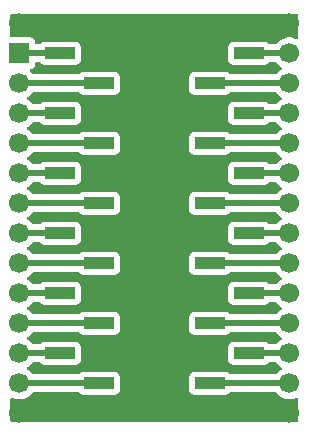
<source format=gbl>
G04 #@! TF.GenerationSoftware,KiCad,Pcbnew,9.0.6*
G04 #@! TF.CreationDate,2026-01-08T22:08:58-06:00*
G04 #@! TF.ProjectId,QFN-24_4x4_P0.5,51464e2d-3234-45f3-9478-345f50302e35,rev?*
G04 #@! TF.SameCoordinates,Original*
G04 #@! TF.FileFunction,Copper,L2,Bot*
G04 #@! TF.FilePolarity,Positive*
%FSLAX46Y46*%
G04 Gerber Fmt 4.6, Leading zero omitted, Abs format (unit mm)*
G04 Created by KiCad (PCBNEW 9.0.6) date 2026-01-08 22:08:58*
%MOMM*%
%LPD*%
G01*
G04 APERTURE LIST*
G04 Aperture macros list*
%AMRotRect*
0 Rectangle, with rotation*
0 The origin of the aperture is its center*
0 $1 length*
0 $2 width*
0 $3 Rotation angle, in degrees counterclockwise*
0 Add horizontal line*
21,1,$1,$2,0,0,$3*%
G04 Aperture macros list end*
G04 #@! TA.AperFunction,HeatsinkPad*
%ADD10C,0.500000*%
G04 #@! TD*
G04 #@! TA.AperFunction,HeatsinkPad*
%ADD11RotRect,2.600000X2.600000X315.000000*%
G04 #@! TD*
G04 #@! TA.AperFunction,ComponentPad*
%ADD12C,1.700000*%
G04 #@! TD*
G04 #@! TA.AperFunction,ComponentPad*
%ADD13R,1.700000X1.700000*%
G04 #@! TD*
G04 #@! TA.AperFunction,SMDPad,CuDef*
%ADD14R,2.510000X1.000000*%
G04 #@! TD*
G04 #@! TA.AperFunction,ViaPad*
%ADD15C,0.600000*%
G04 #@! TD*
G04 #@! TA.AperFunction,Conductor*
%ADD16C,0.500000*%
G04 #@! TD*
G04 APERTURE END LIST*
D10*
X123191580Y-107457094D03*
X122449118Y-108199556D03*
X121706656Y-108942018D03*
X123934042Y-108199556D03*
X123191580Y-108942018D03*
D11*
X123191580Y-108942018D03*
D10*
X122449118Y-109684480D03*
X124676504Y-108942018D03*
X123934042Y-109684480D03*
X123191580Y-110426942D03*
D12*
X134620000Y-129286000D03*
X134620000Y-126746000D03*
X134620000Y-124206000D03*
X134620000Y-121666000D03*
X134620000Y-119126000D03*
X134620000Y-116586000D03*
X134620000Y-114046000D03*
X134620000Y-111506000D03*
X134620000Y-108966000D03*
X134620000Y-106426000D03*
X134620000Y-103886000D03*
X134620000Y-101346000D03*
X134620000Y-98806000D03*
X134620000Y-96266000D03*
X111760000Y-129286000D03*
X111760000Y-126746000D03*
X111760000Y-124206000D03*
X111760000Y-121666000D03*
X111760000Y-119126000D03*
X111760000Y-116586000D03*
X111760000Y-114046000D03*
X111760000Y-111506000D03*
X111760000Y-108966000D03*
X111760000Y-106426000D03*
X111760000Y-103886000D03*
X111760000Y-101346000D03*
D13*
X111760000Y-98806000D03*
D12*
X111760000Y-96266000D03*
D14*
X131195000Y-129286000D03*
X127885000Y-126746000D03*
X131195000Y-124206000D03*
X127885000Y-121666000D03*
X131195000Y-119126000D03*
X127885000Y-116586000D03*
X131195000Y-114046000D03*
X127885000Y-111506000D03*
X131195000Y-108966000D03*
X127885000Y-106426000D03*
X131195000Y-103886000D03*
X127885000Y-101346000D03*
X131195000Y-98806000D03*
X127885000Y-96266000D03*
X115185000Y-129286000D03*
X118495000Y-126746000D03*
X115185000Y-124206000D03*
X118495000Y-121666000D03*
X115185000Y-119126000D03*
X118495000Y-116586000D03*
X115185000Y-114046000D03*
X118495000Y-111506000D03*
X115185000Y-108966000D03*
X118495000Y-106426000D03*
X115185000Y-103886000D03*
X118495000Y-101346000D03*
X115185000Y-98806000D03*
X118495000Y-96266000D03*
D15*
X123092625Y-122428000D03*
X123190000Y-105410000D03*
X123190000Y-112522000D03*
D16*
X118495000Y-96266000D02*
X134620000Y-96266000D01*
X127885000Y-101346000D02*
X134620000Y-101346000D01*
X118495000Y-121666000D02*
X111760000Y-121666000D01*
X111760000Y-103886000D02*
X115185000Y-103886000D01*
X118495000Y-111506000D02*
X111760000Y-111506000D01*
X118495000Y-116586000D02*
X111760000Y-116586000D01*
X111760000Y-98806000D02*
X115185000Y-98806000D01*
X111760000Y-114046000D02*
X115185000Y-114046000D01*
X131195000Y-98806000D02*
X134620000Y-98806000D01*
X118495000Y-101346000D02*
X111760000Y-101346000D01*
X131195000Y-108966000D02*
X134620000Y-108966000D01*
X127885000Y-111506000D02*
X134620000Y-111506000D01*
X127885000Y-121666000D02*
X134620000Y-121666000D01*
X131195000Y-119126000D02*
X134620000Y-119126000D01*
X131195000Y-124206000D02*
X134620000Y-124206000D01*
X111760000Y-119126000D02*
X115185000Y-119126000D01*
X131195000Y-103886000D02*
X134620000Y-103886000D01*
X127885000Y-116586000D02*
X134620000Y-116586000D01*
X131195000Y-129286000D02*
X134620000Y-129286000D01*
X111760000Y-96266000D02*
X118495000Y-96266000D01*
X127885000Y-106426000D02*
X134620000Y-106426000D01*
X127885000Y-126746000D02*
X134620000Y-126746000D01*
X111760000Y-108966000D02*
X115185000Y-108966000D01*
X118495000Y-106426000D02*
X111760000Y-106426000D01*
X111760000Y-129286000D02*
X115185000Y-129286000D01*
X118495000Y-126746000D02*
X111760000Y-126746000D01*
X111760000Y-124206000D02*
X115185000Y-124206000D01*
X131195000Y-114046000D02*
X134620000Y-114046000D01*
G04 #@! TA.AperFunction,Conductor*
G36*
X135332539Y-95454415D02*
G01*
X135378294Y-95507219D01*
X135389500Y-95558730D01*
X135389500Y-97480028D01*
X135369815Y-97547067D01*
X135317011Y-97592822D01*
X135247853Y-97602766D01*
X135209206Y-97590513D01*
X135138417Y-97554445D01*
X135138414Y-97554444D01*
X135138412Y-97554443D01*
X134936243Y-97488754D01*
X134936241Y-97488753D01*
X134936240Y-97488753D01*
X134774957Y-97463208D01*
X134726287Y-97455500D01*
X134513713Y-97455500D01*
X134465042Y-97463208D01*
X134303760Y-97488753D01*
X134101585Y-97554444D01*
X133912179Y-97650951D01*
X133740213Y-97775890D01*
X133589892Y-97926211D01*
X133533097Y-98004385D01*
X133477767Y-98047051D01*
X133432779Y-98055500D01*
X132949751Y-98055500D01*
X132882712Y-98035815D01*
X132850485Y-98005812D01*
X132807548Y-97948457D01*
X132807546Y-97948454D01*
X132807542Y-97948451D01*
X132692335Y-97862206D01*
X132692328Y-97862202D01*
X132557482Y-97811908D01*
X132557483Y-97811908D01*
X132497883Y-97805501D01*
X132497881Y-97805500D01*
X132497873Y-97805500D01*
X132497864Y-97805500D01*
X129892129Y-97805500D01*
X129892123Y-97805501D01*
X129832516Y-97811908D01*
X129697671Y-97862202D01*
X129697664Y-97862206D01*
X129582455Y-97948452D01*
X129582452Y-97948455D01*
X129496206Y-98063664D01*
X129496202Y-98063671D01*
X129445908Y-98198517D01*
X129439501Y-98258116D01*
X129439501Y-98258123D01*
X129439500Y-98258135D01*
X129439500Y-99353870D01*
X129439501Y-99353876D01*
X129445908Y-99413483D01*
X129496202Y-99548328D01*
X129496206Y-99548335D01*
X129582452Y-99663544D01*
X129582455Y-99663547D01*
X129697664Y-99749793D01*
X129697671Y-99749797D01*
X129832517Y-99800091D01*
X129832516Y-99800091D01*
X129839444Y-99800835D01*
X129892127Y-99806500D01*
X132497872Y-99806499D01*
X132557483Y-99800091D01*
X132692331Y-99749796D01*
X132807546Y-99663546D01*
X132845040Y-99613461D01*
X132850485Y-99606188D01*
X132906419Y-99564318D01*
X132949751Y-99556500D01*
X133432779Y-99556500D01*
X133499818Y-99576185D01*
X133533097Y-99607615D01*
X133589892Y-99685788D01*
X133740213Y-99836109D01*
X133912182Y-99961050D01*
X133920946Y-99965516D01*
X133971742Y-100013491D01*
X133988536Y-100081312D01*
X133965998Y-100147447D01*
X133920946Y-100186484D01*
X133912182Y-100190949D01*
X133740213Y-100315890D01*
X133589892Y-100466211D01*
X133533097Y-100544385D01*
X133477767Y-100587051D01*
X133432779Y-100595500D01*
X129639751Y-100595500D01*
X129572712Y-100575815D01*
X129540485Y-100545812D01*
X129497548Y-100488457D01*
X129497546Y-100488454D01*
X129497542Y-100488451D01*
X129382335Y-100402206D01*
X129382328Y-100402202D01*
X129247482Y-100351908D01*
X129247483Y-100351908D01*
X129187883Y-100345501D01*
X129187881Y-100345500D01*
X129187873Y-100345500D01*
X129187864Y-100345500D01*
X126582129Y-100345500D01*
X126582123Y-100345501D01*
X126522516Y-100351908D01*
X126387671Y-100402202D01*
X126387664Y-100402206D01*
X126272455Y-100488452D01*
X126272452Y-100488455D01*
X126186206Y-100603664D01*
X126186202Y-100603671D01*
X126135908Y-100738517D01*
X126129501Y-100798116D01*
X126129501Y-100798123D01*
X126129500Y-100798135D01*
X126129500Y-101893870D01*
X126129501Y-101893876D01*
X126135908Y-101953483D01*
X126186202Y-102088328D01*
X126186206Y-102088335D01*
X126272452Y-102203544D01*
X126272455Y-102203547D01*
X126387664Y-102289793D01*
X126387671Y-102289797D01*
X126522517Y-102340091D01*
X126522516Y-102340091D01*
X126529444Y-102340835D01*
X126582127Y-102346500D01*
X129187872Y-102346499D01*
X129247483Y-102340091D01*
X129382331Y-102289796D01*
X129497546Y-102203546D01*
X129524227Y-102167903D01*
X129540485Y-102146188D01*
X129596419Y-102104318D01*
X129639751Y-102096500D01*
X133432779Y-102096500D01*
X133499818Y-102116185D01*
X133533097Y-102147615D01*
X133589892Y-102225788D01*
X133740213Y-102376109D01*
X133912182Y-102501050D01*
X133920946Y-102505516D01*
X133971742Y-102553491D01*
X133988536Y-102621312D01*
X133965998Y-102687447D01*
X133920946Y-102726484D01*
X133912182Y-102730949D01*
X133740213Y-102855890D01*
X133589892Y-103006211D01*
X133533097Y-103084385D01*
X133477767Y-103127051D01*
X133432779Y-103135500D01*
X132949751Y-103135500D01*
X132882712Y-103115815D01*
X132850485Y-103085812D01*
X132807548Y-103028457D01*
X132807546Y-103028454D01*
X132807542Y-103028451D01*
X132692335Y-102942206D01*
X132692328Y-102942202D01*
X132557482Y-102891908D01*
X132557483Y-102891908D01*
X132497883Y-102885501D01*
X132497881Y-102885500D01*
X132497873Y-102885500D01*
X132497864Y-102885500D01*
X129892129Y-102885500D01*
X129892123Y-102885501D01*
X129832516Y-102891908D01*
X129697671Y-102942202D01*
X129697664Y-102942206D01*
X129582455Y-103028452D01*
X129582452Y-103028455D01*
X129496206Y-103143664D01*
X129496202Y-103143671D01*
X129445908Y-103278517D01*
X129439501Y-103338116D01*
X129439501Y-103338123D01*
X129439500Y-103338135D01*
X129439500Y-104433870D01*
X129439501Y-104433876D01*
X129445908Y-104493483D01*
X129496202Y-104628328D01*
X129496206Y-104628335D01*
X129582452Y-104743544D01*
X129582455Y-104743547D01*
X129697664Y-104829793D01*
X129697671Y-104829797D01*
X129832517Y-104880091D01*
X129832516Y-104880091D01*
X129839444Y-104880835D01*
X129892127Y-104886500D01*
X132497872Y-104886499D01*
X132557483Y-104880091D01*
X132692331Y-104829796D01*
X132807546Y-104743546D01*
X132834227Y-104707903D01*
X132850485Y-104686188D01*
X132906419Y-104644318D01*
X132949751Y-104636500D01*
X133432779Y-104636500D01*
X133499818Y-104656185D01*
X133533097Y-104687615D01*
X133589892Y-104765788D01*
X133740213Y-104916109D01*
X133912182Y-105041050D01*
X133920946Y-105045516D01*
X133971742Y-105093491D01*
X133988536Y-105161312D01*
X133965998Y-105227447D01*
X133920946Y-105266484D01*
X133912182Y-105270949D01*
X133740213Y-105395890D01*
X133589892Y-105546211D01*
X133533097Y-105624385D01*
X133477767Y-105667051D01*
X133432779Y-105675500D01*
X129639751Y-105675500D01*
X129572712Y-105655815D01*
X129540485Y-105625812D01*
X129497548Y-105568457D01*
X129497546Y-105568454D01*
X129497542Y-105568451D01*
X129382335Y-105482206D01*
X129382328Y-105482202D01*
X129247482Y-105431908D01*
X129247483Y-105431908D01*
X129187883Y-105425501D01*
X129187881Y-105425500D01*
X129187873Y-105425500D01*
X129187864Y-105425500D01*
X126582129Y-105425500D01*
X126582123Y-105425501D01*
X126522516Y-105431908D01*
X126387671Y-105482202D01*
X126387664Y-105482206D01*
X126272455Y-105568452D01*
X126272452Y-105568455D01*
X126186206Y-105683664D01*
X126186202Y-105683671D01*
X126135908Y-105818517D01*
X126129501Y-105878116D01*
X126129501Y-105878123D01*
X126129500Y-105878135D01*
X126129500Y-106973870D01*
X126129501Y-106973876D01*
X126135908Y-107033483D01*
X126186202Y-107168328D01*
X126186206Y-107168335D01*
X126272452Y-107283544D01*
X126272455Y-107283547D01*
X126387664Y-107369793D01*
X126387671Y-107369797D01*
X126522517Y-107420091D01*
X126522516Y-107420091D01*
X126529444Y-107420835D01*
X126582127Y-107426500D01*
X129187872Y-107426499D01*
X129247483Y-107420091D01*
X129382331Y-107369796D01*
X129497546Y-107283546D01*
X129524227Y-107247903D01*
X129540485Y-107226188D01*
X129596419Y-107184318D01*
X129639751Y-107176500D01*
X133432779Y-107176500D01*
X133499818Y-107196185D01*
X133533097Y-107227615D01*
X133589892Y-107305788D01*
X133740213Y-107456109D01*
X133912182Y-107581050D01*
X133920946Y-107585516D01*
X133971742Y-107633491D01*
X133988536Y-107701312D01*
X133965998Y-107767447D01*
X133920946Y-107806484D01*
X133912182Y-107810949D01*
X133740213Y-107935890D01*
X133589892Y-108086211D01*
X133533097Y-108164385D01*
X133477767Y-108207051D01*
X133432779Y-108215500D01*
X132949751Y-108215500D01*
X132882712Y-108195815D01*
X132850485Y-108165812D01*
X132807548Y-108108457D01*
X132807546Y-108108454D01*
X132807542Y-108108451D01*
X132692335Y-108022206D01*
X132692328Y-108022202D01*
X132557482Y-107971908D01*
X132557483Y-107971908D01*
X132497883Y-107965501D01*
X132497881Y-107965500D01*
X132497873Y-107965500D01*
X132497864Y-107965500D01*
X129892129Y-107965500D01*
X129892123Y-107965501D01*
X129832516Y-107971908D01*
X129697671Y-108022202D01*
X129697664Y-108022206D01*
X129582455Y-108108452D01*
X129582452Y-108108455D01*
X129496206Y-108223664D01*
X129496202Y-108223671D01*
X129445908Y-108358517D01*
X129439501Y-108418116D01*
X129439501Y-108418123D01*
X129439500Y-108418135D01*
X129439500Y-109513870D01*
X129439501Y-109513876D01*
X129445908Y-109573483D01*
X129496202Y-109708328D01*
X129496206Y-109708335D01*
X129582452Y-109823544D01*
X129582455Y-109823547D01*
X129697664Y-109909793D01*
X129697671Y-109909797D01*
X129832517Y-109960091D01*
X129832516Y-109960091D01*
X129839444Y-109960835D01*
X129892127Y-109966500D01*
X132497872Y-109966499D01*
X132557483Y-109960091D01*
X132692331Y-109909796D01*
X132807546Y-109823546D01*
X132834227Y-109787903D01*
X132850485Y-109766188D01*
X132906419Y-109724318D01*
X132949751Y-109716500D01*
X133432779Y-109716500D01*
X133499818Y-109736185D01*
X133533097Y-109767615D01*
X133589892Y-109845788D01*
X133740213Y-109996109D01*
X133912182Y-110121050D01*
X133920946Y-110125516D01*
X133971742Y-110173491D01*
X133988536Y-110241312D01*
X133965998Y-110307447D01*
X133920946Y-110346484D01*
X133912182Y-110350949D01*
X133740213Y-110475890D01*
X133589892Y-110626211D01*
X133533097Y-110704385D01*
X133477767Y-110747051D01*
X133432779Y-110755500D01*
X129639751Y-110755500D01*
X129572712Y-110735815D01*
X129540485Y-110705812D01*
X129497548Y-110648457D01*
X129497546Y-110648454D01*
X129497542Y-110648451D01*
X129382335Y-110562206D01*
X129382328Y-110562202D01*
X129247482Y-110511908D01*
X129247483Y-110511908D01*
X129187883Y-110505501D01*
X129187881Y-110505500D01*
X129187873Y-110505500D01*
X129187864Y-110505500D01*
X126582129Y-110505500D01*
X126582123Y-110505501D01*
X126522516Y-110511908D01*
X126387671Y-110562202D01*
X126387664Y-110562206D01*
X126272455Y-110648452D01*
X126272452Y-110648455D01*
X126186206Y-110763664D01*
X126186202Y-110763671D01*
X126135908Y-110898517D01*
X126129501Y-110958116D01*
X126129501Y-110958123D01*
X126129500Y-110958135D01*
X126129500Y-112053870D01*
X126129501Y-112053876D01*
X126135908Y-112113483D01*
X126186202Y-112248328D01*
X126186206Y-112248335D01*
X126272452Y-112363544D01*
X126272455Y-112363547D01*
X126387664Y-112449793D01*
X126387671Y-112449797D01*
X126522517Y-112500091D01*
X126522516Y-112500091D01*
X126529444Y-112500835D01*
X126582127Y-112506500D01*
X129187872Y-112506499D01*
X129247483Y-112500091D01*
X129382331Y-112449796D01*
X129497546Y-112363546D01*
X129524227Y-112327903D01*
X129540485Y-112306188D01*
X129596419Y-112264318D01*
X129639751Y-112256500D01*
X133432779Y-112256500D01*
X133499818Y-112276185D01*
X133533097Y-112307615D01*
X133589892Y-112385788D01*
X133740213Y-112536109D01*
X133912182Y-112661050D01*
X133920946Y-112665516D01*
X133971742Y-112713491D01*
X133988536Y-112781312D01*
X133965998Y-112847447D01*
X133920946Y-112886484D01*
X133912182Y-112890949D01*
X133740213Y-113015890D01*
X133589892Y-113166211D01*
X133533097Y-113244385D01*
X133477767Y-113287051D01*
X133432779Y-113295500D01*
X132949751Y-113295500D01*
X132882712Y-113275815D01*
X132850485Y-113245812D01*
X132807548Y-113188457D01*
X132807546Y-113188454D01*
X132807542Y-113188451D01*
X132692335Y-113102206D01*
X132692328Y-113102202D01*
X132557482Y-113051908D01*
X132557483Y-113051908D01*
X132497883Y-113045501D01*
X132497881Y-113045500D01*
X132497873Y-113045500D01*
X132497864Y-113045500D01*
X129892129Y-113045500D01*
X129892123Y-113045501D01*
X129832516Y-113051908D01*
X129697671Y-113102202D01*
X129697664Y-113102206D01*
X129582455Y-113188452D01*
X129582452Y-113188455D01*
X129496206Y-113303664D01*
X129496202Y-113303671D01*
X129445908Y-113438517D01*
X129439501Y-113498116D01*
X129439501Y-113498123D01*
X129439500Y-113498135D01*
X129439500Y-114593870D01*
X129439501Y-114593876D01*
X129445908Y-114653483D01*
X129496202Y-114788328D01*
X129496206Y-114788335D01*
X129582452Y-114903544D01*
X129582455Y-114903547D01*
X129697664Y-114989793D01*
X129697671Y-114989797D01*
X129832517Y-115040091D01*
X129832516Y-115040091D01*
X129839444Y-115040835D01*
X129892127Y-115046500D01*
X132497872Y-115046499D01*
X132557483Y-115040091D01*
X132692331Y-114989796D01*
X132807546Y-114903546D01*
X132834227Y-114867903D01*
X132850485Y-114846188D01*
X132906419Y-114804318D01*
X132949751Y-114796500D01*
X133432779Y-114796500D01*
X133499818Y-114816185D01*
X133533097Y-114847615D01*
X133589892Y-114925788D01*
X133740213Y-115076109D01*
X133912182Y-115201050D01*
X133920946Y-115205516D01*
X133971742Y-115253491D01*
X133988536Y-115321312D01*
X133965998Y-115387447D01*
X133920946Y-115426484D01*
X133912182Y-115430949D01*
X133740213Y-115555890D01*
X133589892Y-115706211D01*
X133533097Y-115784385D01*
X133477767Y-115827051D01*
X133432779Y-115835500D01*
X129639751Y-115835500D01*
X129572712Y-115815815D01*
X129540485Y-115785812D01*
X129497548Y-115728457D01*
X129497546Y-115728454D01*
X129497542Y-115728451D01*
X129382335Y-115642206D01*
X129382328Y-115642202D01*
X129247482Y-115591908D01*
X129247483Y-115591908D01*
X129187883Y-115585501D01*
X129187881Y-115585500D01*
X129187873Y-115585500D01*
X129187864Y-115585500D01*
X126582129Y-115585500D01*
X126582123Y-115585501D01*
X126522516Y-115591908D01*
X126387671Y-115642202D01*
X126387664Y-115642206D01*
X126272455Y-115728452D01*
X126272452Y-115728455D01*
X126186206Y-115843664D01*
X126186202Y-115843671D01*
X126135908Y-115978517D01*
X126129501Y-116038116D01*
X126129501Y-116038123D01*
X126129500Y-116038135D01*
X126129500Y-117133870D01*
X126129501Y-117133876D01*
X126135908Y-117193483D01*
X126186202Y-117328328D01*
X126186206Y-117328335D01*
X126272452Y-117443544D01*
X126272455Y-117443547D01*
X126387664Y-117529793D01*
X126387671Y-117529797D01*
X126522517Y-117580091D01*
X126522516Y-117580091D01*
X126529444Y-117580835D01*
X126582127Y-117586500D01*
X129187872Y-117586499D01*
X129247483Y-117580091D01*
X129382331Y-117529796D01*
X129497546Y-117443546D01*
X129524227Y-117407903D01*
X129540485Y-117386188D01*
X129596419Y-117344318D01*
X129639751Y-117336500D01*
X133432779Y-117336500D01*
X133499818Y-117356185D01*
X133533097Y-117387615D01*
X133589892Y-117465788D01*
X133740213Y-117616109D01*
X133912182Y-117741050D01*
X133920946Y-117745516D01*
X133971742Y-117793491D01*
X133988536Y-117861312D01*
X133965998Y-117927447D01*
X133920946Y-117966484D01*
X133912182Y-117970949D01*
X133740213Y-118095890D01*
X133589892Y-118246211D01*
X133533097Y-118324385D01*
X133477767Y-118367051D01*
X133432779Y-118375500D01*
X132949751Y-118375500D01*
X132882712Y-118355815D01*
X132850485Y-118325812D01*
X132807548Y-118268457D01*
X132807546Y-118268454D01*
X132807542Y-118268451D01*
X132692335Y-118182206D01*
X132692328Y-118182202D01*
X132557482Y-118131908D01*
X132557483Y-118131908D01*
X132497883Y-118125501D01*
X132497881Y-118125500D01*
X132497873Y-118125500D01*
X132497864Y-118125500D01*
X129892129Y-118125500D01*
X129892123Y-118125501D01*
X129832516Y-118131908D01*
X129697671Y-118182202D01*
X129697664Y-118182206D01*
X129582455Y-118268452D01*
X129582452Y-118268455D01*
X129496206Y-118383664D01*
X129496202Y-118383671D01*
X129445908Y-118518517D01*
X129439501Y-118578116D01*
X129439501Y-118578123D01*
X129439500Y-118578135D01*
X129439500Y-119673870D01*
X129439501Y-119673876D01*
X129445908Y-119733483D01*
X129496202Y-119868328D01*
X129496206Y-119868335D01*
X129582452Y-119983544D01*
X129582455Y-119983547D01*
X129697664Y-120069793D01*
X129697671Y-120069797D01*
X129832517Y-120120091D01*
X129832516Y-120120091D01*
X129839444Y-120120835D01*
X129892127Y-120126500D01*
X132497872Y-120126499D01*
X132557483Y-120120091D01*
X132692331Y-120069796D01*
X132807546Y-119983546D01*
X132834227Y-119947903D01*
X132850485Y-119926188D01*
X132906419Y-119884318D01*
X132949751Y-119876500D01*
X133432779Y-119876500D01*
X133499818Y-119896185D01*
X133533097Y-119927615D01*
X133589892Y-120005788D01*
X133740213Y-120156109D01*
X133912182Y-120281050D01*
X133920946Y-120285516D01*
X133971742Y-120333491D01*
X133988536Y-120401312D01*
X133965998Y-120467447D01*
X133920946Y-120506484D01*
X133912182Y-120510949D01*
X133740213Y-120635890D01*
X133589892Y-120786211D01*
X133533097Y-120864385D01*
X133477767Y-120907051D01*
X133432779Y-120915500D01*
X129639751Y-120915500D01*
X129572712Y-120895815D01*
X129540485Y-120865812D01*
X129497548Y-120808457D01*
X129497546Y-120808454D01*
X129497542Y-120808451D01*
X129382335Y-120722206D01*
X129382328Y-120722202D01*
X129247482Y-120671908D01*
X129247483Y-120671908D01*
X129187883Y-120665501D01*
X129187881Y-120665500D01*
X129187873Y-120665500D01*
X129187864Y-120665500D01*
X126582129Y-120665500D01*
X126582123Y-120665501D01*
X126522516Y-120671908D01*
X126387671Y-120722202D01*
X126387664Y-120722206D01*
X126272455Y-120808452D01*
X126272452Y-120808455D01*
X126186206Y-120923664D01*
X126186202Y-120923671D01*
X126135908Y-121058517D01*
X126129501Y-121118116D01*
X126129501Y-121118123D01*
X126129500Y-121118135D01*
X126129500Y-122213870D01*
X126129501Y-122213876D01*
X126135908Y-122273483D01*
X126186202Y-122408328D01*
X126186206Y-122408335D01*
X126272452Y-122523544D01*
X126272455Y-122523547D01*
X126387664Y-122609793D01*
X126387671Y-122609797D01*
X126522517Y-122660091D01*
X126522516Y-122660091D01*
X126529444Y-122660835D01*
X126582127Y-122666500D01*
X129187872Y-122666499D01*
X129247483Y-122660091D01*
X129382331Y-122609796D01*
X129497546Y-122523546D01*
X129524227Y-122487903D01*
X129540485Y-122466188D01*
X129596419Y-122424318D01*
X129639751Y-122416500D01*
X133432779Y-122416500D01*
X133499818Y-122436185D01*
X133533097Y-122467615D01*
X133589892Y-122545788D01*
X133740213Y-122696109D01*
X133912182Y-122821050D01*
X133920946Y-122825516D01*
X133971742Y-122873491D01*
X133988536Y-122941312D01*
X133965998Y-123007447D01*
X133920946Y-123046484D01*
X133912182Y-123050949D01*
X133740213Y-123175890D01*
X133589892Y-123326211D01*
X133533097Y-123404385D01*
X133477767Y-123447051D01*
X133432779Y-123455500D01*
X132949751Y-123455500D01*
X132882712Y-123435815D01*
X132850485Y-123405812D01*
X132807548Y-123348457D01*
X132807546Y-123348454D01*
X132807542Y-123348451D01*
X132692335Y-123262206D01*
X132692328Y-123262202D01*
X132557482Y-123211908D01*
X132557483Y-123211908D01*
X132497883Y-123205501D01*
X132497881Y-123205500D01*
X132497873Y-123205500D01*
X132497864Y-123205500D01*
X129892129Y-123205500D01*
X129892123Y-123205501D01*
X129832516Y-123211908D01*
X129697671Y-123262202D01*
X129697664Y-123262206D01*
X129582455Y-123348452D01*
X129582452Y-123348455D01*
X129496206Y-123463664D01*
X129496202Y-123463671D01*
X129445908Y-123598517D01*
X129439501Y-123658116D01*
X129439501Y-123658123D01*
X129439500Y-123658135D01*
X129439500Y-124753870D01*
X129439501Y-124753876D01*
X129445908Y-124813483D01*
X129496202Y-124948328D01*
X129496206Y-124948335D01*
X129582452Y-125063544D01*
X129582455Y-125063547D01*
X129697664Y-125149793D01*
X129697671Y-125149797D01*
X129832517Y-125200091D01*
X129832516Y-125200091D01*
X129839444Y-125200835D01*
X129892127Y-125206500D01*
X132497872Y-125206499D01*
X132557483Y-125200091D01*
X132692331Y-125149796D01*
X132807546Y-125063546D01*
X132834227Y-125027903D01*
X132850485Y-125006188D01*
X132906419Y-124964318D01*
X132949751Y-124956500D01*
X133432779Y-124956500D01*
X133499818Y-124976185D01*
X133533097Y-125007615D01*
X133589892Y-125085788D01*
X133740213Y-125236109D01*
X133912182Y-125361050D01*
X133920946Y-125365516D01*
X133971742Y-125413491D01*
X133988536Y-125481312D01*
X133965998Y-125547447D01*
X133920946Y-125586484D01*
X133912182Y-125590949D01*
X133740213Y-125715890D01*
X133589892Y-125866211D01*
X133533097Y-125944385D01*
X133477767Y-125987051D01*
X133432779Y-125995500D01*
X129639751Y-125995500D01*
X129572712Y-125975815D01*
X129540485Y-125945812D01*
X129497548Y-125888457D01*
X129497546Y-125888454D01*
X129497542Y-125888451D01*
X129382335Y-125802206D01*
X129382328Y-125802202D01*
X129247482Y-125751908D01*
X129247483Y-125751908D01*
X129187883Y-125745501D01*
X129187881Y-125745500D01*
X129187873Y-125745500D01*
X129187864Y-125745500D01*
X126582129Y-125745500D01*
X126582123Y-125745501D01*
X126522516Y-125751908D01*
X126387671Y-125802202D01*
X126387664Y-125802206D01*
X126272455Y-125888452D01*
X126272452Y-125888455D01*
X126186206Y-126003664D01*
X126186202Y-126003671D01*
X126135908Y-126138517D01*
X126129501Y-126198116D01*
X126129501Y-126198123D01*
X126129500Y-126198135D01*
X126129500Y-127293870D01*
X126129501Y-127293876D01*
X126135908Y-127353483D01*
X126186202Y-127488328D01*
X126186206Y-127488335D01*
X126272452Y-127603544D01*
X126272455Y-127603547D01*
X126387664Y-127689793D01*
X126387671Y-127689797D01*
X126522517Y-127740091D01*
X126522516Y-127740091D01*
X126529444Y-127740835D01*
X126582127Y-127746500D01*
X129187872Y-127746499D01*
X129247483Y-127740091D01*
X129382331Y-127689796D01*
X129497546Y-127603546D01*
X129524227Y-127567903D01*
X129540485Y-127546188D01*
X129596419Y-127504318D01*
X129639751Y-127496500D01*
X133432779Y-127496500D01*
X133499818Y-127516185D01*
X133533097Y-127547615D01*
X133589892Y-127625788D01*
X133740213Y-127776109D01*
X133912179Y-127901048D01*
X133912181Y-127901049D01*
X133912184Y-127901051D01*
X134101588Y-127997557D01*
X134303757Y-128063246D01*
X134513713Y-128096500D01*
X134513714Y-128096500D01*
X134726286Y-128096500D01*
X134726287Y-128096500D01*
X134936243Y-128063246D01*
X135138412Y-127997557D01*
X135209205Y-127961485D01*
X135277874Y-127948590D01*
X135342614Y-127974866D01*
X135382872Y-128031972D01*
X135389500Y-128071971D01*
X135389500Y-129869730D01*
X135369815Y-129936769D01*
X135317011Y-129982524D01*
X135265500Y-129993730D01*
X111114500Y-129993730D01*
X111047461Y-129974045D01*
X111001706Y-129921241D01*
X110990500Y-129869730D01*
X110990500Y-128071971D01*
X111010185Y-128004932D01*
X111062989Y-127959177D01*
X111132147Y-127949233D01*
X111170793Y-127961485D01*
X111241588Y-127997557D01*
X111443757Y-128063246D01*
X111653713Y-128096500D01*
X111653714Y-128096500D01*
X111866286Y-128096500D01*
X111866287Y-128096500D01*
X112076243Y-128063246D01*
X112278412Y-127997557D01*
X112467816Y-127901051D01*
X112489789Y-127885086D01*
X112639786Y-127776109D01*
X112639788Y-127776106D01*
X112639792Y-127776104D01*
X112790104Y-127625792D01*
X112806266Y-127603547D01*
X112846903Y-127547615D01*
X112902233Y-127504949D01*
X112947221Y-127496500D01*
X116740249Y-127496500D01*
X116807288Y-127516185D01*
X116839515Y-127546188D01*
X116882451Y-127603542D01*
X116882454Y-127603546D01*
X116882457Y-127603548D01*
X116997664Y-127689793D01*
X116997671Y-127689797D01*
X117132517Y-127740091D01*
X117132516Y-127740091D01*
X117139444Y-127740835D01*
X117192127Y-127746500D01*
X119797872Y-127746499D01*
X119857483Y-127740091D01*
X119992331Y-127689796D01*
X120107546Y-127603546D01*
X120193796Y-127488331D01*
X120244091Y-127353483D01*
X120250500Y-127293873D01*
X120250499Y-126198128D01*
X120244091Y-126138517D01*
X120193796Y-126003669D01*
X120193795Y-126003668D01*
X120193793Y-126003664D01*
X120107547Y-125888455D01*
X120107544Y-125888452D01*
X119992335Y-125802206D01*
X119992328Y-125802202D01*
X119857482Y-125751908D01*
X119857483Y-125751908D01*
X119797883Y-125745501D01*
X119797881Y-125745500D01*
X119797873Y-125745500D01*
X119797864Y-125745500D01*
X117192129Y-125745500D01*
X117192123Y-125745501D01*
X117132516Y-125751908D01*
X116997671Y-125802202D01*
X116997664Y-125802206D01*
X116882457Y-125888451D01*
X116882451Y-125888457D01*
X116839515Y-125945812D01*
X116783581Y-125987682D01*
X116740249Y-125995500D01*
X112947221Y-125995500D01*
X112880182Y-125975815D01*
X112846903Y-125944385D01*
X112790107Y-125866211D01*
X112639786Y-125715890D01*
X112467820Y-125590951D01*
X112467115Y-125590591D01*
X112459054Y-125586485D01*
X112408259Y-125538512D01*
X112391463Y-125470692D01*
X112413999Y-125404556D01*
X112459054Y-125365515D01*
X112467816Y-125361051D01*
X112489789Y-125345086D01*
X112639786Y-125236109D01*
X112639788Y-125236106D01*
X112639792Y-125236104D01*
X112790104Y-125085792D01*
X112806266Y-125063547D01*
X112846903Y-125007615D01*
X112902233Y-124964949D01*
X112947221Y-124956500D01*
X113430249Y-124956500D01*
X113497288Y-124976185D01*
X113529515Y-125006188D01*
X113572451Y-125063542D01*
X113572454Y-125063546D01*
X113572457Y-125063548D01*
X113687664Y-125149793D01*
X113687671Y-125149797D01*
X113822517Y-125200091D01*
X113822516Y-125200091D01*
X113829444Y-125200835D01*
X113882127Y-125206500D01*
X116487872Y-125206499D01*
X116547483Y-125200091D01*
X116682331Y-125149796D01*
X116797546Y-125063546D01*
X116883796Y-124948331D01*
X116934091Y-124813483D01*
X116940500Y-124753873D01*
X116940499Y-123658128D01*
X116934091Y-123598517D01*
X116883796Y-123463669D01*
X116883795Y-123463668D01*
X116883793Y-123463664D01*
X116797547Y-123348455D01*
X116797544Y-123348452D01*
X116682335Y-123262206D01*
X116682328Y-123262202D01*
X116547482Y-123211908D01*
X116547483Y-123211908D01*
X116487883Y-123205501D01*
X116487881Y-123205500D01*
X116487873Y-123205500D01*
X116487864Y-123205500D01*
X113882129Y-123205500D01*
X113882123Y-123205501D01*
X113822516Y-123211908D01*
X113687671Y-123262202D01*
X113687664Y-123262206D01*
X113572457Y-123348451D01*
X113572451Y-123348457D01*
X113529515Y-123405812D01*
X113473581Y-123447682D01*
X113430249Y-123455500D01*
X112947221Y-123455500D01*
X112880182Y-123435815D01*
X112846903Y-123404385D01*
X112790107Y-123326211D01*
X112639786Y-123175890D01*
X112467820Y-123050951D01*
X112467115Y-123050591D01*
X112459054Y-123046485D01*
X112408259Y-122998512D01*
X112391463Y-122930692D01*
X112413999Y-122864556D01*
X112459054Y-122825515D01*
X112467816Y-122821051D01*
X112489789Y-122805086D01*
X112639786Y-122696109D01*
X112639788Y-122696106D01*
X112639792Y-122696104D01*
X112790104Y-122545792D01*
X112806266Y-122523547D01*
X112846903Y-122467615D01*
X112902233Y-122424949D01*
X112947221Y-122416500D01*
X116740249Y-122416500D01*
X116807288Y-122436185D01*
X116839515Y-122466188D01*
X116882451Y-122523542D01*
X116882454Y-122523546D01*
X116882457Y-122523548D01*
X116997664Y-122609793D01*
X116997671Y-122609797D01*
X117132517Y-122660091D01*
X117132516Y-122660091D01*
X117139444Y-122660835D01*
X117192127Y-122666500D01*
X119797872Y-122666499D01*
X119857483Y-122660091D01*
X119992331Y-122609796D01*
X120107546Y-122523546D01*
X120193796Y-122408331D01*
X120244091Y-122273483D01*
X120250500Y-122213873D01*
X120250499Y-121118128D01*
X120244091Y-121058517D01*
X120193796Y-120923669D01*
X120193795Y-120923668D01*
X120193793Y-120923664D01*
X120107547Y-120808455D01*
X120107544Y-120808452D01*
X119992335Y-120722206D01*
X119992328Y-120722202D01*
X119857482Y-120671908D01*
X119857483Y-120671908D01*
X119797883Y-120665501D01*
X119797881Y-120665500D01*
X119797873Y-120665500D01*
X119797864Y-120665500D01*
X117192129Y-120665500D01*
X117192123Y-120665501D01*
X117132516Y-120671908D01*
X116997671Y-120722202D01*
X116997664Y-120722206D01*
X116882457Y-120808451D01*
X116882451Y-120808457D01*
X116839515Y-120865812D01*
X116783581Y-120907682D01*
X116740249Y-120915500D01*
X112947221Y-120915500D01*
X112880182Y-120895815D01*
X112846903Y-120864385D01*
X112790107Y-120786211D01*
X112639786Y-120635890D01*
X112467820Y-120510951D01*
X112467115Y-120510591D01*
X112459054Y-120506485D01*
X112408259Y-120458512D01*
X112391463Y-120390692D01*
X112413999Y-120324556D01*
X112459054Y-120285515D01*
X112467816Y-120281051D01*
X112489789Y-120265086D01*
X112639786Y-120156109D01*
X112639788Y-120156106D01*
X112639792Y-120156104D01*
X112790104Y-120005792D01*
X112806266Y-119983547D01*
X112846903Y-119927615D01*
X112902233Y-119884949D01*
X112947221Y-119876500D01*
X113430249Y-119876500D01*
X113497288Y-119896185D01*
X113529515Y-119926188D01*
X113572451Y-119983542D01*
X113572454Y-119983546D01*
X113572457Y-119983548D01*
X113687664Y-120069793D01*
X113687671Y-120069797D01*
X113822517Y-120120091D01*
X113822516Y-120120091D01*
X113829444Y-120120835D01*
X113882127Y-120126500D01*
X116487872Y-120126499D01*
X116547483Y-120120091D01*
X116682331Y-120069796D01*
X116797546Y-119983546D01*
X116883796Y-119868331D01*
X116934091Y-119733483D01*
X116940500Y-119673873D01*
X116940499Y-118578128D01*
X116934091Y-118518517D01*
X116883796Y-118383669D01*
X116883795Y-118383668D01*
X116883793Y-118383664D01*
X116797547Y-118268455D01*
X116797544Y-118268452D01*
X116682335Y-118182206D01*
X116682328Y-118182202D01*
X116547482Y-118131908D01*
X116547483Y-118131908D01*
X116487883Y-118125501D01*
X116487881Y-118125500D01*
X116487873Y-118125500D01*
X116487864Y-118125500D01*
X113882129Y-118125500D01*
X113882123Y-118125501D01*
X113822516Y-118131908D01*
X113687671Y-118182202D01*
X113687664Y-118182206D01*
X113572457Y-118268451D01*
X113572451Y-118268457D01*
X113529515Y-118325812D01*
X113473581Y-118367682D01*
X113430249Y-118375500D01*
X112947221Y-118375500D01*
X112880182Y-118355815D01*
X112846903Y-118324385D01*
X112790107Y-118246211D01*
X112639786Y-118095890D01*
X112467820Y-117970951D01*
X112467115Y-117970591D01*
X112459054Y-117966485D01*
X112408259Y-117918512D01*
X112391463Y-117850692D01*
X112413999Y-117784556D01*
X112459054Y-117745515D01*
X112467816Y-117741051D01*
X112489789Y-117725086D01*
X112639786Y-117616109D01*
X112639788Y-117616106D01*
X112639792Y-117616104D01*
X112790104Y-117465792D01*
X112806266Y-117443547D01*
X112846903Y-117387615D01*
X112902233Y-117344949D01*
X112947221Y-117336500D01*
X116740249Y-117336500D01*
X116807288Y-117356185D01*
X116839515Y-117386188D01*
X116882451Y-117443542D01*
X116882454Y-117443546D01*
X116882457Y-117443548D01*
X116997664Y-117529793D01*
X116997671Y-117529797D01*
X117132517Y-117580091D01*
X117132516Y-117580091D01*
X117139444Y-117580835D01*
X117192127Y-117586500D01*
X119797872Y-117586499D01*
X119857483Y-117580091D01*
X119992331Y-117529796D01*
X120107546Y-117443546D01*
X120193796Y-117328331D01*
X120244091Y-117193483D01*
X120250500Y-117133873D01*
X120250499Y-116038128D01*
X120244091Y-115978517D01*
X120193796Y-115843669D01*
X120193795Y-115843668D01*
X120193793Y-115843664D01*
X120107547Y-115728455D01*
X120107544Y-115728452D01*
X119992335Y-115642206D01*
X119992328Y-115642202D01*
X119857482Y-115591908D01*
X119857483Y-115591908D01*
X119797883Y-115585501D01*
X119797881Y-115585500D01*
X119797873Y-115585500D01*
X119797864Y-115585500D01*
X117192129Y-115585500D01*
X117192123Y-115585501D01*
X117132516Y-115591908D01*
X116997671Y-115642202D01*
X116997664Y-115642206D01*
X116882457Y-115728451D01*
X116882451Y-115728457D01*
X116839515Y-115785812D01*
X116783581Y-115827682D01*
X116740249Y-115835500D01*
X112947221Y-115835500D01*
X112880182Y-115815815D01*
X112846903Y-115784385D01*
X112790107Y-115706211D01*
X112639786Y-115555890D01*
X112467820Y-115430951D01*
X112467115Y-115430591D01*
X112459054Y-115426485D01*
X112408259Y-115378512D01*
X112391463Y-115310692D01*
X112413999Y-115244556D01*
X112459054Y-115205515D01*
X112467816Y-115201051D01*
X112489789Y-115185086D01*
X112639786Y-115076109D01*
X112639788Y-115076106D01*
X112639792Y-115076104D01*
X112790104Y-114925792D01*
X112806266Y-114903547D01*
X112846903Y-114847615D01*
X112902233Y-114804949D01*
X112947221Y-114796500D01*
X113430249Y-114796500D01*
X113497288Y-114816185D01*
X113529515Y-114846188D01*
X113572451Y-114903542D01*
X113572454Y-114903546D01*
X113572457Y-114903548D01*
X113687664Y-114989793D01*
X113687671Y-114989797D01*
X113822517Y-115040091D01*
X113822516Y-115040091D01*
X113829444Y-115040835D01*
X113882127Y-115046500D01*
X116487872Y-115046499D01*
X116547483Y-115040091D01*
X116682331Y-114989796D01*
X116797546Y-114903546D01*
X116883796Y-114788331D01*
X116934091Y-114653483D01*
X116940500Y-114593873D01*
X116940499Y-113498128D01*
X116934091Y-113438517D01*
X116883796Y-113303669D01*
X116883795Y-113303668D01*
X116883793Y-113303664D01*
X116797547Y-113188455D01*
X116797544Y-113188452D01*
X116682335Y-113102206D01*
X116682328Y-113102202D01*
X116547482Y-113051908D01*
X116547483Y-113051908D01*
X116487883Y-113045501D01*
X116487881Y-113045500D01*
X116487873Y-113045500D01*
X116487864Y-113045500D01*
X113882129Y-113045500D01*
X113882123Y-113045501D01*
X113822516Y-113051908D01*
X113687671Y-113102202D01*
X113687664Y-113102206D01*
X113572457Y-113188451D01*
X113572451Y-113188457D01*
X113529515Y-113245812D01*
X113473581Y-113287682D01*
X113430249Y-113295500D01*
X112947221Y-113295500D01*
X112880182Y-113275815D01*
X112846903Y-113244385D01*
X112790107Y-113166211D01*
X112639786Y-113015890D01*
X112467820Y-112890951D01*
X112467115Y-112890591D01*
X112459054Y-112886485D01*
X112408259Y-112838512D01*
X112391463Y-112770692D01*
X112413999Y-112704556D01*
X112459054Y-112665515D01*
X112467816Y-112661051D01*
X112489789Y-112645086D01*
X112639786Y-112536109D01*
X112639788Y-112536106D01*
X112639792Y-112536104D01*
X112790104Y-112385792D01*
X112806266Y-112363547D01*
X112846903Y-112307615D01*
X112902233Y-112264949D01*
X112947221Y-112256500D01*
X116740249Y-112256500D01*
X116807288Y-112276185D01*
X116839515Y-112306188D01*
X116882451Y-112363542D01*
X116882454Y-112363546D01*
X116882457Y-112363548D01*
X116997664Y-112449793D01*
X116997671Y-112449797D01*
X117132517Y-112500091D01*
X117132516Y-112500091D01*
X117139444Y-112500835D01*
X117192127Y-112506500D01*
X119797872Y-112506499D01*
X119857483Y-112500091D01*
X119992331Y-112449796D01*
X120107546Y-112363546D01*
X120193796Y-112248331D01*
X120244091Y-112113483D01*
X120250500Y-112053873D01*
X120250499Y-110958128D01*
X120244091Y-110898517D01*
X120193796Y-110763669D01*
X120193795Y-110763668D01*
X120193793Y-110763664D01*
X120107547Y-110648455D01*
X120107544Y-110648452D01*
X119992335Y-110562206D01*
X119992328Y-110562202D01*
X119857482Y-110511908D01*
X119857483Y-110511908D01*
X119797883Y-110505501D01*
X119797881Y-110505500D01*
X119797873Y-110505500D01*
X119797864Y-110505500D01*
X117192129Y-110505500D01*
X117192123Y-110505501D01*
X117132516Y-110511908D01*
X116997671Y-110562202D01*
X116997664Y-110562206D01*
X116882457Y-110648451D01*
X116882451Y-110648457D01*
X116839515Y-110705812D01*
X116783581Y-110747682D01*
X116740249Y-110755500D01*
X112947221Y-110755500D01*
X112880182Y-110735815D01*
X112846903Y-110704385D01*
X112790107Y-110626211D01*
X112639786Y-110475890D01*
X112467820Y-110350951D01*
X112467115Y-110350591D01*
X112459054Y-110346485D01*
X112408259Y-110298512D01*
X112391463Y-110230692D01*
X112413999Y-110164556D01*
X112459054Y-110125515D01*
X112467816Y-110121051D01*
X112489789Y-110105086D01*
X112639786Y-109996109D01*
X112639788Y-109996106D01*
X112639792Y-109996104D01*
X112790104Y-109845792D01*
X112806266Y-109823547D01*
X112846903Y-109767615D01*
X112902233Y-109724949D01*
X112947221Y-109716500D01*
X113430249Y-109716500D01*
X113497288Y-109736185D01*
X113529515Y-109766188D01*
X113572451Y-109823542D01*
X113572454Y-109823546D01*
X113572457Y-109823548D01*
X113687664Y-109909793D01*
X113687671Y-109909797D01*
X113822517Y-109960091D01*
X113822516Y-109960091D01*
X113829444Y-109960835D01*
X113882127Y-109966500D01*
X116487872Y-109966499D01*
X116547483Y-109960091D01*
X116682331Y-109909796D01*
X116797546Y-109823546D01*
X116883796Y-109708331D01*
X116934091Y-109573483D01*
X116940500Y-109513873D01*
X116940499Y-108418128D01*
X116934091Y-108358517D01*
X116883796Y-108223669D01*
X116883795Y-108223668D01*
X116883793Y-108223664D01*
X116797547Y-108108455D01*
X116797544Y-108108452D01*
X116682335Y-108022206D01*
X116682328Y-108022202D01*
X116547482Y-107971908D01*
X116547483Y-107971908D01*
X116487883Y-107965501D01*
X116487881Y-107965500D01*
X116487873Y-107965500D01*
X116487864Y-107965500D01*
X113882129Y-107965500D01*
X113882123Y-107965501D01*
X113822516Y-107971908D01*
X113687671Y-108022202D01*
X113687664Y-108022206D01*
X113572457Y-108108451D01*
X113572451Y-108108457D01*
X113529515Y-108165812D01*
X113473581Y-108207682D01*
X113430249Y-108215500D01*
X112947221Y-108215500D01*
X112880182Y-108195815D01*
X112846903Y-108164385D01*
X112790107Y-108086211D01*
X112639786Y-107935890D01*
X112467820Y-107810951D01*
X112467115Y-107810591D01*
X112459054Y-107806485D01*
X112408259Y-107758512D01*
X112391463Y-107690692D01*
X112413999Y-107624556D01*
X112459054Y-107585515D01*
X112467816Y-107581051D01*
X112489789Y-107565086D01*
X112639786Y-107456109D01*
X112639788Y-107456106D01*
X112639792Y-107456104D01*
X112790104Y-107305792D01*
X112806266Y-107283547D01*
X112846903Y-107227615D01*
X112902233Y-107184949D01*
X112947221Y-107176500D01*
X116740249Y-107176500D01*
X116807288Y-107196185D01*
X116839515Y-107226188D01*
X116882451Y-107283542D01*
X116882454Y-107283546D01*
X116882457Y-107283548D01*
X116997664Y-107369793D01*
X116997671Y-107369797D01*
X117132517Y-107420091D01*
X117132516Y-107420091D01*
X117139444Y-107420835D01*
X117192127Y-107426500D01*
X119797872Y-107426499D01*
X119857483Y-107420091D01*
X119992331Y-107369796D01*
X120107546Y-107283546D01*
X120193796Y-107168331D01*
X120244091Y-107033483D01*
X120250500Y-106973873D01*
X120250499Y-105878128D01*
X120244091Y-105818517D01*
X120193796Y-105683669D01*
X120193795Y-105683668D01*
X120193793Y-105683664D01*
X120107547Y-105568455D01*
X120107544Y-105568452D01*
X119992335Y-105482206D01*
X119992328Y-105482202D01*
X119857482Y-105431908D01*
X119857483Y-105431908D01*
X119797883Y-105425501D01*
X119797881Y-105425500D01*
X119797873Y-105425500D01*
X119797864Y-105425500D01*
X117192129Y-105425500D01*
X117192123Y-105425501D01*
X117132516Y-105431908D01*
X116997671Y-105482202D01*
X116997664Y-105482206D01*
X116882457Y-105568451D01*
X116882451Y-105568457D01*
X116839515Y-105625812D01*
X116783581Y-105667682D01*
X116740249Y-105675500D01*
X112947221Y-105675500D01*
X112880182Y-105655815D01*
X112846903Y-105624385D01*
X112790107Y-105546211D01*
X112639786Y-105395890D01*
X112467820Y-105270951D01*
X112467115Y-105270591D01*
X112459054Y-105266485D01*
X112408259Y-105218512D01*
X112391463Y-105150692D01*
X112413999Y-105084556D01*
X112459054Y-105045515D01*
X112467816Y-105041051D01*
X112489789Y-105025086D01*
X112639786Y-104916109D01*
X112639788Y-104916106D01*
X112639792Y-104916104D01*
X112790104Y-104765792D01*
X112806266Y-104743547D01*
X112846903Y-104687615D01*
X112902233Y-104644949D01*
X112947221Y-104636500D01*
X113430249Y-104636500D01*
X113497288Y-104656185D01*
X113529515Y-104686188D01*
X113572451Y-104743542D01*
X113572454Y-104743546D01*
X113572457Y-104743548D01*
X113687664Y-104829793D01*
X113687671Y-104829797D01*
X113822517Y-104880091D01*
X113822516Y-104880091D01*
X113829444Y-104880835D01*
X113882127Y-104886500D01*
X116487872Y-104886499D01*
X116547483Y-104880091D01*
X116682331Y-104829796D01*
X116797546Y-104743546D01*
X116883796Y-104628331D01*
X116934091Y-104493483D01*
X116940500Y-104433873D01*
X116940499Y-103338128D01*
X116934091Y-103278517D01*
X116883796Y-103143669D01*
X116883795Y-103143668D01*
X116883793Y-103143664D01*
X116797547Y-103028455D01*
X116797544Y-103028452D01*
X116682335Y-102942206D01*
X116682328Y-102942202D01*
X116547482Y-102891908D01*
X116547483Y-102891908D01*
X116487883Y-102885501D01*
X116487881Y-102885500D01*
X116487873Y-102885500D01*
X116487864Y-102885500D01*
X113882129Y-102885500D01*
X113882123Y-102885501D01*
X113822516Y-102891908D01*
X113687671Y-102942202D01*
X113687664Y-102942206D01*
X113572457Y-103028451D01*
X113572451Y-103028457D01*
X113529515Y-103085812D01*
X113473581Y-103127682D01*
X113430249Y-103135500D01*
X112947221Y-103135500D01*
X112880182Y-103115815D01*
X112846903Y-103084385D01*
X112790107Y-103006211D01*
X112639786Y-102855890D01*
X112467820Y-102730951D01*
X112467115Y-102730591D01*
X112459054Y-102726485D01*
X112408259Y-102678512D01*
X112391463Y-102610692D01*
X112413999Y-102544556D01*
X112459054Y-102505515D01*
X112467816Y-102501051D01*
X112489789Y-102485086D01*
X112639786Y-102376109D01*
X112639788Y-102376106D01*
X112639792Y-102376104D01*
X112790104Y-102225792D01*
X112806266Y-102203547D01*
X112846903Y-102147615D01*
X112902233Y-102104949D01*
X112947221Y-102096500D01*
X116740249Y-102096500D01*
X116807288Y-102116185D01*
X116839515Y-102146188D01*
X116882451Y-102203542D01*
X116882454Y-102203546D01*
X116882457Y-102203548D01*
X116997664Y-102289793D01*
X116997671Y-102289797D01*
X117132517Y-102340091D01*
X117132516Y-102340091D01*
X117139444Y-102340835D01*
X117192127Y-102346500D01*
X119797872Y-102346499D01*
X119857483Y-102340091D01*
X119992331Y-102289796D01*
X120107546Y-102203546D01*
X120193796Y-102088331D01*
X120244091Y-101953483D01*
X120250500Y-101893873D01*
X120250499Y-100798128D01*
X120244091Y-100738517D01*
X120193796Y-100603669D01*
X120193795Y-100603668D01*
X120193793Y-100603664D01*
X120107547Y-100488455D01*
X120107544Y-100488452D01*
X119992335Y-100402206D01*
X119992328Y-100402202D01*
X119857482Y-100351908D01*
X119857483Y-100351908D01*
X119797883Y-100345501D01*
X119797881Y-100345500D01*
X119797873Y-100345500D01*
X119797864Y-100345500D01*
X117192129Y-100345500D01*
X117192123Y-100345501D01*
X117132516Y-100351908D01*
X116997671Y-100402202D01*
X116997664Y-100402206D01*
X116882457Y-100488451D01*
X116882451Y-100488457D01*
X116839515Y-100545812D01*
X116783581Y-100587682D01*
X116740249Y-100595500D01*
X112947221Y-100595500D01*
X112880182Y-100575815D01*
X112846903Y-100544385D01*
X112790107Y-100466211D01*
X112676569Y-100352673D01*
X112643084Y-100291350D01*
X112648068Y-100221658D01*
X112689940Y-100165725D01*
X112720915Y-100148810D01*
X112852331Y-100099796D01*
X112967546Y-100013546D01*
X113053796Y-99898331D01*
X113104091Y-99763483D01*
X113110500Y-99703873D01*
X113110500Y-99680500D01*
X113113050Y-99671814D01*
X113111762Y-99662853D01*
X113122740Y-99638812D01*
X113130185Y-99613461D01*
X113137025Y-99607533D01*
X113140787Y-99599297D01*
X113163021Y-99585007D01*
X113182989Y-99567706D01*
X113193503Y-99565418D01*
X113199565Y-99561523D01*
X113234500Y-99556500D01*
X113430249Y-99556500D01*
X113497288Y-99576185D01*
X113529515Y-99606188D01*
X113534960Y-99613461D01*
X113572454Y-99663546D01*
X113572457Y-99663548D01*
X113687664Y-99749793D01*
X113687671Y-99749797D01*
X113822517Y-99800091D01*
X113822516Y-99800091D01*
X113829444Y-99800835D01*
X113882127Y-99806500D01*
X116487872Y-99806499D01*
X116547483Y-99800091D01*
X116682331Y-99749796D01*
X116797546Y-99663546D01*
X116883796Y-99548331D01*
X116934091Y-99413483D01*
X116940500Y-99353873D01*
X116940499Y-98258128D01*
X116934091Y-98198517D01*
X116883796Y-98063669D01*
X116883795Y-98063668D01*
X116883793Y-98063664D01*
X116797547Y-97948455D01*
X116797544Y-97948452D01*
X116682335Y-97862206D01*
X116682328Y-97862202D01*
X116547482Y-97811908D01*
X116547483Y-97811908D01*
X116487883Y-97805501D01*
X116487881Y-97805500D01*
X116487873Y-97805500D01*
X116487864Y-97805500D01*
X113882129Y-97805500D01*
X113882123Y-97805501D01*
X113822516Y-97811908D01*
X113687671Y-97862202D01*
X113687664Y-97862206D01*
X113572457Y-97948451D01*
X113572451Y-97948457D01*
X113529515Y-98005812D01*
X113525859Y-98008548D01*
X113523962Y-98012703D01*
X113498144Y-98029294D01*
X113473581Y-98047682D01*
X113467953Y-98048697D01*
X113465184Y-98050477D01*
X113430249Y-98055500D01*
X113234499Y-98055500D01*
X113167460Y-98035815D01*
X113121705Y-97983011D01*
X113110499Y-97931500D01*
X113110499Y-97908129D01*
X113110498Y-97908123D01*
X113104091Y-97848516D01*
X113053797Y-97713671D01*
X113053793Y-97713664D01*
X112967547Y-97598455D01*
X112967544Y-97598452D01*
X112852335Y-97512206D01*
X112852328Y-97512202D01*
X112717482Y-97461908D01*
X112717483Y-97461908D01*
X112657883Y-97455501D01*
X112657881Y-97455500D01*
X112657873Y-97455500D01*
X112657865Y-97455500D01*
X111114500Y-97455500D01*
X111047461Y-97435815D01*
X111001706Y-97383011D01*
X110990500Y-97331500D01*
X110990500Y-95558730D01*
X111010185Y-95491691D01*
X111062989Y-95445936D01*
X111114500Y-95434730D01*
X135265500Y-95434730D01*
X135332539Y-95454415D01*
G37*
G04 #@! TD.AperFunction*
M02*

</source>
